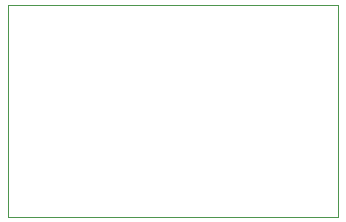
<source format=gm1>
G04 #@! TF.FileFunction,Profile,NP*
%FSLAX46Y46*%
G04 Gerber Fmt 4.6, Leading zero omitted, Abs format (unit mm)*
G04 Created by KiCad (PCBNEW 4.0.1-stable) date 15/01/2016 09:54:40*
%MOMM*%
G01*
G04 APERTURE LIST*
%ADD10C,0.100000*%
%ADD11C,0.020000*%
G04 APERTURE END LIST*
D10*
D11*
X0Y-17900000D02*
X0Y0D01*
X27900000Y0D02*
X0Y0D01*
X27900000Y-17900000D02*
X27900000Y0D01*
X0Y-17900000D02*
X27900000Y-17900000D01*
M02*

</source>
